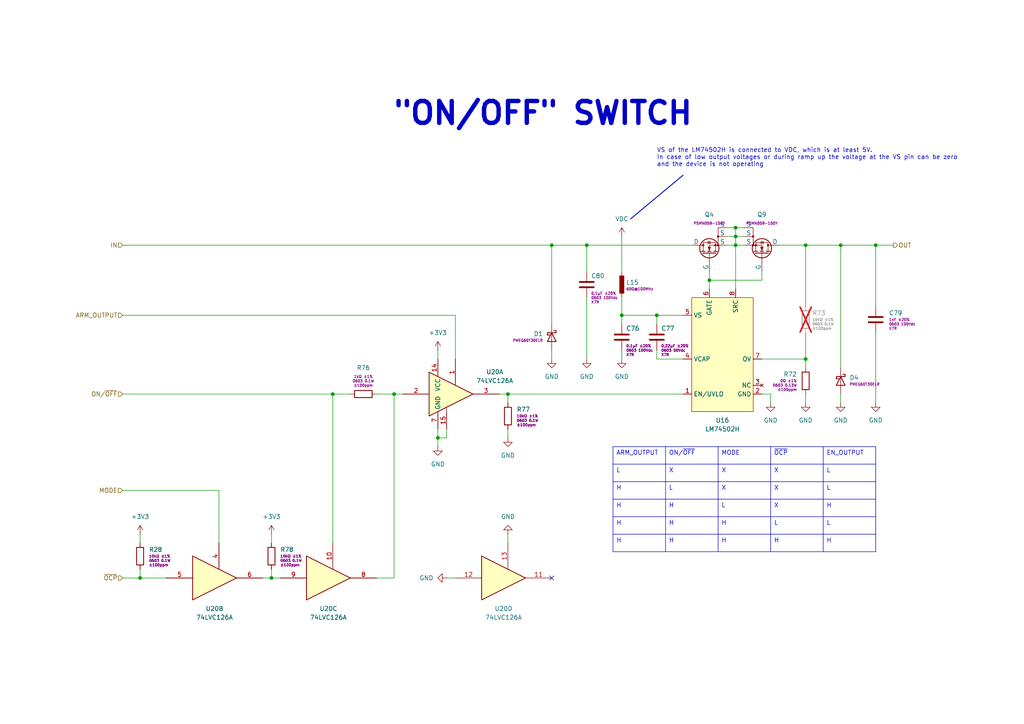
<source format=kicad_sch>
(kicad_sch (version 20250114) (generator "eeschema") (generator_version "9.0")
  (paper "A4")
  (lib_symbols
    (symbol "power:+3V3" (power) (pin_numbers (hide yes)) (pin_names (offset 0) (hide yes))
      (property "Value" "+3V3" (at 0 3.556 0))
      (symbol "+3V3_0_1"
        (polyline (pts (xy -0.762 1.27) (xy 0 2.54)))
        (polyline (pts (xy 0 2.54) (xy 0.762 1.27)))
        (polyline (pts (xy 0 0) (xy 0 2.54)))
      )
      (symbol "+3V3_1_1"
        (pin power_in line (at 0 0 90) (length 0) (name "~") (number "1"))
      )
    )
    (symbol "power:GND" (power) (pin_numbers (hide yes)) (pin_names (offset 0) (hide yes))
      (property "Value" "GND" (at 0 -3.81 0))
      (symbol "GND_0_1"
        (polyline (pts (xy 0 0) (xy 0 -1.27) (xy 1.27 -1.27) (xy 0 -2.54) (xy -1.27 -1.27) (xy 0 -1.27)))
      )
      (symbol "GND_1_1"
        (pin power_in line (at 0 0 270) (length 0) (name "~") (number "1"))
      )
    )
    (symbol "power:VDC" (power) (pin_numbers (hide yes)) (pin_names (offset 0) (hide yes))
      (property "Value" "VDC" (at 0 3.556 0))
      (symbol "VDC_0_1"
        (polyline (pts (xy -0.762 1.27) (xy 0 2.54)))
        (polyline (pts (xy 0 2.54) (xy 0.762 1.27)))
        (polyline (pts (xy 0 0) (xy 0 2.54)))
      )
      (symbol "VDC_1_1"
        (pin power_in line (at 0 0 90) (length 0) (name "~") (number "1"))
      )
    )
    (symbol "ps-ch:0.1μF 0603 100Vdc X7R ±20%" (pin_numbers (hide yes)) (pin_names (offset 0))
      (property "Reference" "C" (at 0 0 0))
      (property "DisplayValue0" "0.1μF ±20%" (at 3.048 1.27 0))
      (property "DisplayValue1" "0603 100Vdc" (at 3.048 0 0))
      (property "DisplayValue2" "X7R" (at 3.048 -1.27 0))
      (symbol "0.1μF 0603 100Vdc X7R ±20%_0_1"
        (polyline (pts (xy 2.032 0.762) (xy -2.032 0.762)) (stroke (width 0.508)))
        (polyline (pts (xy 2.032 -0.762) (xy -2.032 -0.762)) (stroke (width 0.508)))
      )
      (symbol "0.1μF 0603 100Vdc X7R ±20%_1_1"
        (pin passive line (at 0 3.81 270) (length 2.794) (name "~") (number "2"))
        (pin passive line (at 0 -3.81 90) (length 2.794) (name "~") (number "1"))
      )
    )
    (symbol "ps-ch:0.22μF 0603 50Vdc X7R ±20%" (pin_numbers (hide yes)) (pin_names (offset 0))
      (property "Reference" "C" (at 0 0 0))
      (property "DisplayValue0" "0.22μF ±20%" (at 3.048 1.27 0))
      (property "DisplayValue1" "0603 50Vdc" (at 3.048 0 0))
      (property "DisplayValue2" "X7R" (at 3.048 -1.27 0))
      (symbol "0.22μF 0603 50Vdc X7R ±20%_0_1"
        (polyline (pts (xy 2.032 0.762) (xy -2.032 0.762)) (stroke (width 0.508)))
        (polyline (pts (xy 2.032 -0.762) (xy -2.032 -0.762)) (stroke (width 0.508)))
      )
      (symbol "0.22μF 0603 50Vdc X7R ±20%_1_1"
        (pin passive line (at 0 3.81 270) (length 2.794) (name "~") (number "2"))
        (pin passive line (at 0 -3.81 90) (length 2.794) (name "~") (number "1"))
      )
    )
    (symbol "ps-ch:0Ω 0603 0.1W ±1% ±100ppm/°C" (pin_numbers (hide yes)) (pin_names (offset 0))
      (property "Reference" "R" (at 0 0 90))
      (property "DisplayValue0" "0Ω ±1%" (at 2.032 1.27 0))
      (property "DisplayValue1" "0603 0.13W" (at 2.032 0 0))
      (property "DisplayValue2" "±100ppm" (at 2.032 -1.27 0))
      (symbol "0Ω 0603 0.1W ±1% ±100ppm/°C_0_1"
        (rectangle (start -1.016 2.5146) (end 1.016 -2.5654) (stroke (width 0.254)))
      )
      (symbol "0Ω 0603 0.1W ±1% ±100ppm/°C_1_1"
        (pin passive line (at 0 3.81 270) (length 1.27) (name "~") (number "2"))
        (pin passive line (at 0 -3.81 90) (length 1.27) (name "~") (number "1"))
      )
    )
    (symbol "ps-ch:10kΩ 0603 0.1W ±1% ±100ppm/°C" (pin_numbers (hide yes)) (pin_names (offset 0))
      (property "Reference" "R" (at 0 0 90))
      (property "DisplayValue0" "10kΩ ±1%" (at 2.032 1.27 0))
      (property "DisplayValue1" "0603 0.1W" (at 2.032 0 0))
      (property "DisplayValue2" "±100ppm" (at 2.032 -1.27 0))
      (symbol "10kΩ 0603 0.1W ±1% ±100ppm/°C_0_1"
        (rectangle (start -1.016 2.5146) (end 1.016 -2.5654) (stroke (width 0.254)))
      )
      (symbol "10kΩ 0603 0.1W ±1% ±100ppm/°C_1_1"
        (pin passive line (at 0 3.81 270) (length 1.27) (name "~") (number "2"))
        (pin passive line (at 0 -3.81 90) (length 1.27) (name "~") (number "1"))
      )
    )
    (symbol "ps-ch:1kΩ 0603 0.1W ±1% ±100ppm/°C" (pin_numbers (hide yes)) (pin_names (offset 0))
      (property "Reference" "R" (at 0 0 90))
      (property "DisplayValue0" "1kΩ ±1%" (at 2.032 1.27 0))
      (property "DisplayValue1" "0603 0.1W" (at 2.032 0 0))
      (property "DisplayValue2" "±100ppm" (at 2.032 -1.27 0))
      (symbol "1kΩ 0603 0.1W ±1% ±100ppm/°C_0_1"
        (rectangle (start -1.016 2.5146) (end 1.016 -2.5654) (stroke (width 0.254)))
      )
      (symbol "1kΩ 0603 0.1W ±1% ±100ppm/°C_1_1"
        (pin passive line (at 0 3.81 270) (length 1.27) (name "~") (number "2"))
        (pin passive line (at 0 -3.81 90) (length 1.27) (name "~") (number "1"))
      )
    )
    (symbol "ps-ch:1nF 0603 100Vdc X7R ±20%" (pin_numbers (hide yes)) (pin_names (offset 0))
      (property "Reference" "C" (at 0 0 0))
      (property "DisplayValue0" "1nF ±20%" (at 3.048 1.27 0))
      (property "DisplayValue1" "0603 100Vdc" (at 3.048 0 0))
      (property "DisplayValue2" "X7R" (at 3.048 -1.27 0))
      (symbol "1nF 0603 100Vdc X7R ±20%_0_1"
        (polyline (pts (xy 2.032 0.762) (xy -2.032 0.762)) (stroke (width 0.508)))
        (polyline (pts (xy 2.032 -0.762) (xy -2.032 -0.762)) (stroke (width 0.508)))
      )
      (symbol "1nF 0603 100Vdc X7R ±20%_1_1"
        (pin passive line (at 0 3.81 270) (length 2.794) (name "~") (number "2"))
        (pin passive line (at 0 -3.81 90) (length 2.794) (name "~") (number "1"))
      )
    )
    (symbol "ps-ch:74437349015" (pin_numbers (hide yes)) (pin_names (offset 1.016) (hide yes))
      (property "Reference" "L" (at 0 0 90))
      (property "Value" "60Ω@100MHz" (at 1.27 0 0))
      (symbol "74437349015_0_1"
        (rectangle (start -0.635 -2.54) (end 0.635 2.54) (fill (type outline)))
      )
      (symbol "74437349015_1_1"
        (pin passive line (at 0 3.81 270) (length 1.27) (name "2") (number "2"))
        (pin passive line (at 0 -3.81 90) (length 1.27) (name "1") (number "1"))
      )
    )
    (symbol "ps-ch:74LVC126A"
      (property "Reference" "U" (at 2.54 7.62 0))
      (property "Value" "74LVC126A" (at 10.16 -8.382 0))
      (symbol "74LVC126A_0_1"
        (polyline (pts (xy -7.62 6.35) (xy -7.62 -6.35) (xy 5.08 0) (xy -7.62 6.35)) (stroke (width 0.254)) (fill (type background)))
      )
      (symbol "74LVC126A_1_1"
        (polyline (pts (xy -2.54 -5.08) (xy -2.54 -3.81)))
        (pin input line (at -15.24 0 0) (length 7.62) (name "~") (number "2"))
        (pin power_in line (at -5.08 10.16 270) (length 5.08) (name "VCC") (number "14"))
        (pin power_in line (at -5.08 -10.16 90) (length 5.08) (name "GND") (number "7"))
        (pin power_in line (at -2.54 -10.16 90) (length 5.08) (name "~") (number "15"))
        (pin input line (at 0 10.16 270) (length 7.62) (name "~") (number "1"))
        (pin tri_state line (at 12.7 0 180) (length 7.62) (name "~") (number "3"))
      )
      (symbol "74LVC126A_2_1"
        (pin input line (at -15.24 0 0) (length 7.62) (name "~") (number "5"))
        (pin input line (at 0 10.16 270) (length 7.62) (name "~") (number "4"))
        (pin tri_state line (at 12.7 0 180) (length 7.62) (name "~") (number "6"))
      )
      (symbol "74LVC126A_3_1"
        (pin input line (at -15.24 0 0) (length 7.62) (name "~") (number "9"))
        (pin input line (at 0 10.16 270) (length 7.62) (name "~") (number "10"))
        (pin tri_state line (at 12.7 0 180) (length 7.62) (name "~") (number "8"))
      )
      (symbol "74LVC126A_4_1"
        (pin input line (at -15.24 0 0) (length 7.62) (name "~") (number "12"))
        (pin input line (at 0 10.16 270) (length 7.62) (name "~") (number "13"))
        (pin tri_state line (at 12.7 0 180) (length 7.62) (name "~") (number "11"))
      )
    )
    (symbol "ps-ch:LM74502H"
      (property "Reference" "U" (at 0 0.254 0))
      (property "Value" "LM74502H" (at 0 -33.274 0))
      (symbol "LM74502H_1_1"
        (rectangle (start 0 0) (end 17.78 -33.02) (fill (type background)))
        (pin power_out line (at -2.54 -5.08 0) (length 2.54) (name "VS") (number "5"))
        (pin power_out line (at -2.54 -17.78 0) (length 2.54) (name "VCAP") (number "4"))
        (pin input line (at -2.54 -27.94 0) (length 2.54) (name "EN/UVLO") (number "1"))
        (pin output line (at 5.08 2.54 270) (length 2.54) (name "GATE") (number "6"))
        (pin input line (at 12.7 2.54 270) (length 2.54) (name "SRC") (number "8"))
        (pin input line (at 20.32 -17.78 180) (length 2.54) (name "OV") (number "7"))
        (pin no_connect line (at 20.32 -25.4 180) (length 2.54) (name "NC") (number "3"))
        (pin power_in line (at 20.32 -27.94 180) (length 2.54) (name "GND") (number "2"))
      )
    )
    (symbol "ps-ch:PMEG60T30ELR" (pin_numbers (hide yes)) (pin_names (offset 1.016) (hide yes))
      (property "Reference" "D" (at 0 2.54 0))
      (property "Value" "PMEG60T30ELR" (at 0 -2.54 0))
      (symbol "PMEG60T30ELR_0_1"
        (polyline (pts (xy -1.905 0.635) (xy -1.905 1.27) (xy -1.27 1.27) (xy -1.27 -1.27) (xy -0.635 -1.27) (xy -0.635 -0.635)) (stroke (width 0.254)))
        (polyline (pts (xy 1.27 1.27) (xy 1.27 -1.27) (xy -1.27 0) (xy 1.27 1.27)) (stroke (width 0.254)))
        (polyline (pts (xy 1.27 0) (xy -1.27 0)))
      )
      (symbol "PMEG60T30ELR_1_1"
        (pin passive line (at -3.81 0 0) (length 2.54) (name "K") (number "1"))
        (pin passive line (at 3.81 0 180) (length 2.54) (name "A") (number "2"))
      )
    )
    (symbol "ps-ch:PSMN059-150Y" (pin_numbers (hide yes)) (pin_names (offset 0))
      (property "Reference" "Q" (at 5.08 1.27 0))
      (property "Value" "PSMN059-150Y" (at 5.08 -1.27 0))
      (symbol "PSMN059-150Y_0_1"
        (polyline (pts (xy 0.254 1.905) (xy 0.254 -1.905)) (stroke (width 0.254)))
        (polyline (pts (xy 0.254 0) (xy -2.54 0)))
        (polyline (pts (xy 0.762 2.286) (xy 0.762 1.27)) (stroke (width 0.254)))
        (polyline (pts (xy 0.762 0.508) (xy 0.762 -0.508)) (stroke (width 0.254)))
        (polyline (pts (xy 0.762 -1.27) (xy 0.762 -2.286)) (stroke (width 0.254)))
        (polyline (pts (xy 0.762 -1.778) (xy 3.302 -1.778) (xy 3.302 1.778) (xy 0.762 1.778)))
        (polyline (pts (xy 1.016 0) (xy 2.032 0.381) (xy 2.032 -0.381) (xy 1.016 0)) (fill (type outline)))
        (circle (center 1.651 0) (radius 2.794) (stroke (width 0.254)))
        (polyline (pts (xy 2.54 2.54) (xy 2.54 1.778)))
        (circle (center 2.54 1.778) (radius 0.254) (fill (type outline)))
        (circle (center 2.54 -1.778) (radius 0.254) (fill (type outline)))
        (polyline (pts (xy 2.54 -2.54) (xy 2.54 0) (xy 0.762 0)))
        (circle (center 2.54 -2.54) (radius 0.254) (fill (type outline)))
        (polyline (pts (xy 2.794 0.508) (xy 2.921 0.381) (xy 3.683 0.381) (xy 3.81 0.254)))
        (polyline (pts (xy 3.302 0.381) (xy 2.921 -0.254) (xy 3.683 -0.254) (xy 3.302 0.381)))
        (circle (center 5.08 -2.54) (radius 0.254) (fill (type outline)))
        (polyline (pts (xy 7.62 -2.54) (xy 2.54 -2.54)))
      )
      (symbol "PSMN059-150Y_1_1"
        (pin input line (at -5.08 0 0) (length 2.54) (name "G") (number "4"))
        (pin passive line (at 2.54 5.08 270) (length 2.54) (name "D") (number "5"))
        (pin passive line (at 2.54 -5.08 90) (length 2.54) (name "S") (number "1"))
        (pin passive line (at 5.08 -5.08 90) (length 2.54) (name "S") (number "2"))
        (pin passive line (at 7.62 -5.08 90) (length 2.54) (name "S") (number "3"))
      )
    )
  )
  (text "VS of the LM74502H is connected to VDC, which is at least 5V.\nIn case of low output voltages or during ramp up the voltage at the VS pin can be zero\nand the device is not operating\n" (at 190.5 45.72 0) (effects (font (size 1.27 1.27)) (justify left)))
  (text "\"ON/OFF\" SWITCH" (at 157.48 33.02 0) (effects (font (size 6.35 6.35) (thickness 1.27) (bold yes))))
  (junction (at 233.68 104.14))
  (junction (at 40.64 167.64))
  (junction (at 114.3 114.3))
  (junction (at 213.36 68.58))
  (junction (at 160.02 71.12))
  (junction (at 147.32 114.3))
  (junction (at 127 127))
  (junction (at 205.74 81.28))
  (junction (at 96.52 114.3))
  (junction (at 170.18 71.12))
  (junction (at 190.5 91.44))
  (junction (at 180.34 91.44))
  (junction (at 243.84 71.12))
  (junction (at 254 71.12))
  (junction (at 213.36 66.04))
  (junction (at 233.68 71.12))
  (junction (at 213.36 71.12))
  (junction (at 78.74 167.64))
  (no_connect (at 160.02 167.64))
  (wire (pts (xy 160.02 71.12) (xy 160.02 93.98)))
  (wire (pts (xy 160.02 71.12) (xy 170.18 71.12)))
  (wire (pts (xy 210.82 68.58) (xy 213.36 68.58)))
  (wire (pts (xy 205.74 81.28) (xy 220.98 81.28)))
  (wire (pts (xy 96.52 114.3) (xy 101.6 114.3)))
  (wire (pts (xy 198.12 104.14) (xy 190.5 104.14)))
  (wire (pts (xy 170.18 86.36) (xy 170.18 104.14)))
  (wire (pts (xy 243.84 71.12) (xy 243.84 106.68)))
  (wire (pts (xy 233.68 71.12) (xy 243.84 71.12)))
  (wire (pts (xy 114.3 114.3) (xy 116.84 114.3)))
  (polyline (pts (xy 182.88 63.5) (xy 198.12 50.8)) (stroke (width 0.254) (type solid)))
  (wire (pts (xy 114.3 114.3) (xy 114.3 167.64)))
  (wire (pts (xy 220.98 114.3) (xy 223.52 114.3)))
  (wire (pts (xy 40.64 165.1) (xy 40.64 167.64)))
  (wire (pts (xy 78.74 165.1) (xy 78.74 167.64)))
  (wire (pts (xy 129.54 167.64) (xy 132.08 167.64)))
  (wire (pts (xy 213.36 68.58) (xy 215.9 68.58)))
  (wire (pts (xy 233.68 114.3) (xy 233.68 116.84)))
  (wire (pts (xy 205.74 81.28) (xy 205.74 83.82)))
  (wire (pts (xy 180.34 68.58) (xy 180.34 78.74)))
  (wire (pts (xy 180.34 86.36) (xy 180.34 91.44)))
  (wire (pts (xy 78.74 154.94) (xy 78.74 157.48)))
  (wire (pts (xy 220.98 81.28) (xy 220.98 78.74)))
  (wire (pts (xy 127 124.46) (xy 127 127)))
  (wire (pts (xy 233.68 88.9) (xy 233.68 71.12)))
  (wire (pts (xy 233.68 104.14) (xy 233.68 106.68)))
  (wire (pts (xy 129.54 124.46) (xy 129.54 127)))
  (wire (pts (xy 78.74 167.64) (xy 81.28 167.64)))
  (wire (pts (xy 147.32 154.94) (xy 147.32 157.48)))
  (wire (pts (xy 243.84 71.12) (xy 254 71.12)))
  (wire (pts (xy 35.56 91.44) (xy 132.08 91.44)))
  (wire (pts (xy 144.78 114.3) (xy 147.32 114.3)))
  (wire (pts (xy 254 71.12) (xy 259.08 71.12)))
  (wire (pts (xy 210.82 71.12) (xy 213.36 71.12)))
  (wire (pts (xy 170.18 71.12) (xy 200.66 71.12)))
  (wire (pts (xy 190.5 91.44) (xy 198.12 91.44)))
  (wire (pts (xy 160.02 101.6) (xy 160.02 104.14)))
  (wire (pts (xy 96.52 114.3) (xy 96.52 157.48)))
  (wire (pts (xy 233.68 96.52) (xy 233.68 104.14)))
  (wire (pts (xy 109.22 114.3) (xy 114.3 114.3)))
  (wire (pts (xy 180.34 93.98) (xy 180.34 91.44)))
  (wire (pts (xy 205.74 78.74) (xy 205.74 81.28)))
  (wire (pts (xy 213.36 71.12) (xy 215.9 71.12)))
  (wire (pts (xy 254 96.52) (xy 254 116.84)))
  (wire (pts (xy 213.36 66.04) (xy 210.82 66.04)))
  (wire (pts (xy 213.36 66.04) (xy 215.9 66.04)))
  (wire (pts (xy 213.36 66.04) (xy 213.36 68.58)))
  (wire (pts (xy 223.52 116.84) (xy 223.52 114.3)))
  (wire (pts (xy 35.56 167.64) (xy 40.64 167.64)))
  (wire (pts (xy 127 127) (xy 127 129.54)))
  (wire (pts (xy 170.18 71.12) (xy 170.18 78.74)))
  (wire (pts (xy 63.5 142.24) (xy 63.5 157.48)))
  (wire (pts (xy 147.32 114.3) (xy 198.12 114.3)))
  (wire (pts (xy 233.68 71.12) (xy 226.06 71.12)))
  (wire (pts (xy 190.5 104.14) (xy 190.5 101.6)))
  (wire (pts (xy 147.32 114.3) (xy 147.32 116.84)))
  (wire (pts (xy 76.2 167.64) (xy 78.74 167.64)))
  (wire (pts (xy 129.54 127) (xy 127 127)))
  (wire (pts (xy 147.32 124.46) (xy 147.32 127)))
  (wire (pts (xy 40.64 154.94) (xy 40.64 157.48)))
  (wire (pts (xy 132.08 91.44) (xy 132.08 104.14)))
  (wire (pts (xy 35.56 71.12) (xy 160.02 71.12)))
  (wire (pts (xy 180.34 101.6) (xy 180.34 104.14)))
  (wire (pts (xy 109.22 167.64) (xy 114.3 167.64)))
  (wire (pts (xy 190.5 93.98) (xy 190.5 91.44)))
  (wire (pts (xy 35.56 142.24) (xy 63.5 142.24)))
  (wire (pts (xy 35.56 114.3) (xy 96.52 114.3)))
  (wire (pts (xy 254 71.12) (xy 254 88.9)))
  (wire (pts (xy 220.98 104.14) (xy 233.68 104.14)))
  (wire (pts (xy 127 101.6) (xy 127 104.14)))
  (wire (pts (xy 213.36 71.12) (xy 213.36 83.82)))
  (wire (pts (xy 213.36 68.58) (xy 213.36 71.12)))
  (wire (pts (xy 40.64 167.64) (xy 48.26 167.64)))
  (wire (pts (xy 243.84 114.3) (xy 243.84 116.84)))
  (wire (pts (xy 180.34 91.44) (xy 190.5 91.44)))
  (table (column_count 5) (border (external yes) (header yes) (stroke (width 0.254))) (separators (rows yes) (cols yes)) (column_widths 15.24 15.24 15.24 15.24 15.24) (row_heights 5.08 5.08 5.08 5.08 5.08 5.08) (cells (table_cell "ARM_OUTPUT" (at 177.8 129.54 0) (size 15.24 5.08) (margins 0.9525 0.9525 0.9525 0.9525) (span 1 1)) (table_cell "ON/~{OFF}" (at 193.04 129.54 0) (size 15.24 5.08) (margins 0.9525 0.9525 0.9525 0.9525) (span 1 1)) (table_cell "MODE" (at 208.28 129.54 0) (size 15.24 5.08) (margins 0.9525 0.9525 0.9525 0.9525) (span 1 1)) (table_cell "~{OCP}" (at 223.52 129.54 0) (size 15.24 5.08) (margins 0.9525 0.9525 0.9525 0.9525) (span 1 1)) (table_cell "EN_OUTPUT" (at 238.76 129.54 0) (size 15.24 5.08) (margins 0.9525 0.9525 0.9525 0.9525) (span 1 1)) (table_cell "L" (at 177.8 134.62 0) (size 15.24 5.08) (margins 0.9525 0.9525 0.9525 0.9525) (span 1 1)) (table_cell "X" (at 193.04 134.62 0) (size 15.24 5.08) (margins 0.9525 0.9525 0.9525 0.9525) (span 1 1)) (table_cell "X" (at 208.28 134.62 0) (size 15.24 5.08) (margins 0.9525 0.9525 0.9525 0.9525) (span 1 1)) (table_cell "X" (at 223.52 134.62 0) (size 15.24 5.08) (margins 0.9525 0.9525 0.9525 0.9525) (span 1 1)) (table_cell "L" (at 238.76 134.62 0) (size 15.24 5.08) (margins 0.9525 0.9525 0.9525 0.9525) (span 1 1)) (table_cell "H" (at 177.8 139.7 0) (size 15.24 5.08) (margins 0.9525 0.9525 0.9525 0.9525) (span 1 1)) (table_cell "L" (at 193.04 139.7 0) (size 15.24 5.08) (margins 0.9525 0.9525 0.9525 0.9525) (span 1 1)) (table_cell "X" (at 208.28 139.7 0) (size 15.24 5.08) (margins 0.9525 0.9525 0.9525 0.9525) (span 1 1)) (table_cell "X" (at 223.52 139.7 0) (size 15.24 5.08) (margins 0.9525 0.9525 0.9525 0.9525) (span 1 1)) (table_cell "L" (at 238.76 139.7 0) (size 15.24 5.08) (margins 0.9525 0.9525 0.9525 0.9525) (span 1 1)) (table_cell "H" (at 177.8 144.78 0) (size 15.24 5.08) (margins 0.9525 0.9525 0.9525 0.9525) (span 1 1)) (table_cell "H" (at 193.04 144.78 0) (size 15.24 5.08) (margins 0.9525 0.9525 0.9525 0.9525) (span 1 1)) (table_cell "L" (at 208.28 144.78 0) (size 15.24 5.08) (margins 0.9525 0.9525 0.9525 0.9525) (span 1 1)) (table_cell "X" (at 223.52 144.78 0) (size 15.24 5.08) (margins 0.9525 0.9525 0.9525 0.9525) (span 1 1)) (table_cell "H" (at 238.76 144.78 0) (size 15.24 5.08) (margins 0.9525 0.9525 0.9525 0.9525) (span 1 1)) (table_cell "H" (at 177.8 149.86 0) (size 15.24 5.08) (margins 0.9525 0.9525 0.9525 0.9525) (span 1 1)) (table_cell "H" (at 193.04 149.86 0) (size 15.24 5.08) (margins 0.9525 0.9525 0.9525 0.9525) (span 1 1)) (table_cell "H" (at 208.28 149.86 0) (size 15.24 5.08) (margins 0.9525 0.9525 0.9525 0.9525) (span 1 1)) (table_cell "L" (at 223.52 149.86 0) (size 15.24 5.08) (margins 0.9525 0.9525 0.9525 0.9525) (span 1 1)) (table_cell "L" (at 238.76 149.86 0) (size 15.24 5.08) (margins 0.9525 0.9525 0.9525 0.9525) (span 1 1)) (table_cell "H" (at 177.8 154.94 0) (size 15.24 5.08) (margins 0.9525 0.9525 0.9525 0.9525) (span 1 1)) (table_cell "H" (at 193.04 154.94 0) (size 15.24 5.08) (margins 0.9525 0.9525 0.9525 0.9525) (span 1 1)) (table_cell "H" (at 208.28 154.94 0) (size 15.24 5.08) (margins 0.9525 0.9525 0.9525 0.9525) (span 1 1)) (table_cell "H" (at 223.52 154.94 0) (size 15.24 5.08) (margins 0.9525 0.9525 0.9525 0.9525) (span 1 1)) (table_cell "H" (at 238.76 154.94 0) (size 15.24 5.08) (margins 0.9525 0.9525 0.9525 0.9525) (span 1 1))))
  (hierarchical_label "ON{slash}~{OFF}" (shape input) (at 35.56 114.3 180))
  (hierarchical_label "OUT" (shape output) (at 259.08 71.12 0))
  (hierarchical_label "ARM_OUTPUT" (shape input) (at 35.56 91.44 180))
  (hierarchical_label "MODE" (shape input) (at 35.56 142.24 180))
  (hierarchical_label "IN" (shape input) (at 35.56 71.12 180))
  (hierarchical_label "~{OCP}" (shape input) (at 35.56 167.64 180))
  (symbol (lib_id "ps-ch:74LVC126A") (at 147.32 167.64 0) (unit 4)
    (property "Reference" "U20" (at 146.05 176.53 0))
    (property "Value" "74LVC126A" (at 146.05 179.07 0))
    (property "Footprint" "Package_SO:TSSOP-14_4.4x5mm_P0.65mm" (effects (hide yes)))
    (property "Datasheet" "https://assets.nexperia.com/documents/data-sheet/74LVC126A.pdf" (effects (hide yes)))
    (property "Manufacturer" "Nexperia" (effects (hide yes)))
    (property "Manufacturer Part Number" "74LVC126APW,118" (effects (hide yes)))
  )
  (symbol (lib_id "ps-ch:10kΩ 0603 0.1W ±1% ±100ppm/°C") (at 40.64 161.29 0) (unit 1)
    (property "Reference" "R28" (at 43.18 159.4103 0) (effects (justify left)))
    (property "Value" "10kΩ 0603 0.1W ±1% ±100ppm/°C" (effects (hide yes)))
    (property "Footprint" "Resistor_SMD:R_0603_1608Metric" (effects (hide yes)))
    (property "Description" "R 0603 0.1W ±1% ±100ppm/°C" (effects (hide yes)))
    (property "Manufacturer" "Yageo" (effects (hide yes)))
    (property "Manufacturer Part Number" "AC0603FR-0710KL" (effects (hide yes)))
    (property "DisplayValue0" "10kΩ ±1%" (at 43.18 161.3154 0) (effects (font (size 0.762 0.762)) (justify left)))
    (property "DisplayValue1" "0603 0.1W" (at 43.18 162.5854 0) (effects (font (size 0.762 0.762)) (justify left)))
    (property "DisplayValue2" "±100ppm" (at 43.18 163.8554 0) (effects (font (size 0.762 0.762)) (justify left)))
  )
  (symbol (lib_id "ps-ch:0.1μF 0603 100Vdc X7R ±20%") (at 180.34 97.79 0) (unit 1)
    (property "Reference" "C76" (at 181.61 95.25 0) (effects (justify left)))
    (property "Value" "0.1μF 0603 100Vdc X7R ±20%" (effects (hide yes)))
    (property "Footprint" "Capacitor_SMD:C_0603_1608Metric" (effects (hide yes)))
    (property "Description" "Capacitor 0603 100Vdc X7R ±20%" (effects (hide yes)))
    (property "Manufacturer" "Murata" (effects (hide yes)))
    (property "Manufacturer Part Number" "GRM188R72A104MA35" (effects (hide yes)))
    (property "DisplayValue0" "0.1μF ±20%" (at 181.61 100.33 0) (effects (font (size 0.762 0.762)) (justify left)))
    (property "DisplayValue1" "0603 100Vdc" (at 181.61 101.6 0) (effects (font (size 0.762 0.762)) (justify left)))
    (property "DisplayValue2" "X7R" (at 181.61 102.87 0) (effects (font (size 0.762 0.762)) (justify left)))
  )
  (symbol (lib_id "ps-ch:0.1μF 0603 100Vdc X7R ±20%") (at 170.18 82.55 0) (unit 1)
    (property "Reference" "C80" (at 171.45 80.01 0) (effects (justify left)))
    (property "Value" "0.1μF 0603 100Vdc X7R ±20%" (effects (hide yes)))
    (property "Footprint" "Capacitor_SMD:C_0603_1608Metric" (effects (hide yes)))
    (property "Description" "Capacitor 0603 100Vdc X7R ±20%" (effects (hide yes)))
    (property "Manufacturer" "Murata" (effects (hide yes)))
    (property "Manufacturer Part Number" "GRM188R72A104MA35" (effects (hide yes)))
    (property "DisplayValue0" "0.1μF ±20%" (at 171.45 85.09 0) (effects (font (size 0.762 0.762)) (justify left)))
    (property "DisplayValue1" "0603 100Vdc" (at 171.45 86.36 0) (effects (font (size 0.762 0.762)) (justify left)))
    (property "DisplayValue2" "X7R" (at 171.45 87.63 0) (effects (font (size 0.762 0.762)) (justify left)))
  )
  (symbol (lib_id "power:GND") (at 147.32 127 0) (unit 1)
    (property "Reference" "#PWR0147" (effects (hide yes)))
    (property "Value" "GND" (at 147.32 132.08 0))
    (property "Description" "Power symbol creates a global label with name \"GND\" , ground" (effects (hide yes)))
  )
  (symbol (lib_id "power:GND") (at 243.84 116.84 0) (unit 1)
    (property "Reference" "#PWR0134" (effects (hide yes)))
    (property "Value" "GND" (at 243.84 121.92 0))
    (property "Description" "Power symbol creates a global label with name \"GND\" , ground" (effects (hide yes)))
  )
  (symbol (lib_id "ps-ch:LM74502H") (at 200.66 86.36 0) (unit 1)
    (property "Reference" "U16" (at 209.55 121.92 0))
    (property "Value" "LM74502H" (at 209.55 124.46 0))
  )
  (symbol (lib_id "ps-ch:74LVC126A") (at 63.5 167.64 0) (unit 2)
    (property "Reference" "U20" (at 62.23 176.53 0))
    (property "Value" "74LVC126A" (at 62.23 179.07 0))
    (property "Footprint" "Package_SO:TSSOP-14_4.4x5mm_P0.65mm" (effects (hide yes)))
    (property "Datasheet" "https://assets.nexperia.com/documents/data-sheet/74LVC126A.pdf" (effects (hide yes)))
    (property "Manufacturer" "Nexperia" (effects (hide yes)))
    (property "Manufacturer Part Number" "74LVC126APW,118" (effects (hide yes)))
  )
  (symbol (lib_id "power:VDC") (at 180.34 68.58 0) (unit 1)
    (property "Reference" "#PWR0138" (effects (hide yes)))
    (property "Value" "VDC" (at 180.34 63.5 0))
    (property "Description" "Power symbol creates a global label with name \"VDC\"" (effects (hide yes)))
  )
  (symbol (lib_id "ps-ch:74437349015") (at 180.34 82.55 180) (unit 1)
    (property "Reference" "L15" (at 181.61 81.9149 0) (effects (justify right)))
    (property "Value" "60Ω@100MHz" (at 181.61 83.82 0) (effects (font (size 0.762 0.762)) (justify right)))
    (property "Footprint" "Inductor_SMD:L_0603_1608Metric" (effects (hide yes)))
    (property "Description" "Multilayer Power Suppression Bead" (effects (hide yes)))
    (property "Manufacturer" "Wuerth Elektronik" (effects (hide yes)))
    (property "Manufacturer Part Number" "74279228600" (effects (hide yes)))
  )
  (symbol (lib_id "ps-ch:1kΩ 0603 0.1W ±1% ±100ppm/°C") (at 105.41 114.3 270) (unit 1)
    (property "Reference" "R76" (at 105.3846 106.68 90))
    (property "Value" "1kΩ 0603 0.1W ±1% ±100ppm/°C" (effects (hide yes)))
    (property "Footprint" "Resistor_SMD:R_0603_1608Metric" (effects (hide yes)))
    (property "Description" "R 0603 0.1W ±1% ±100ppm/°C" (effects (hide yes)))
    (property "Manufacturer" "Yageo" (effects (hide yes)))
    (property "Manufacturer Part Number" "AC0603FR-071KL" (effects (hide yes)))
    (property "DisplayValue0" "1kΩ ±1%" (at 105.3846 109.22 90) (effects (font (size 0.762 0.762))))
    (property "DisplayValue1" "0603 0.1W" (at 105.3846 110.49 90) (effects (font (size 0.762 0.762))))
    (property "DisplayValue2" "±100ppm" (at 105.3846 111.76 90) (effects (font (size 0.762 0.762))))
  )
  (symbol (lib_id "power:GND") (at 254 116.84 0) (unit 1)
    (property "Reference" "#PWR0135" (effects (hide yes)))
    (property "Value" "GND" (at 254 121.92 0))
    (property "Description" "Power symbol creates a global label with name \"GND\" , ground" (effects (hide yes)))
  )
  (symbol (lib_id "power:+3V3") (at 40.64 154.94 0) (unit 1)
    (property "Reference" "#PWR0144" (effects (hide yes)))
    (property "Value" "+3V3" (at 40.64 149.86 0))
    (property "Description" "Power symbol creates a global label with name \"+3V3\"" (effects (hide yes)))
  )
  (symbol (lib_id "power:+3V3") (at 127 101.6 0) (unit 1)
    (property "Reference" "#PWR0143" (effects (hide yes)))
    (property "Value" "+3V3" (at 127 96.52 0))
    (property "Description" "Power symbol creates a global label with name \"+3V3\"" (effects (hide yes)))
  )
  (symbol (lib_id "ps-ch:0Ω 0603 0.1W ±1% ±100ppm/°C") (at 233.68 110.49 180) (unit 1)
    (property "Reference" "R72" (at 231.14 108.5595 0) (effects (justify left)))
    (property "Value" "0Ω 0603 0.1W ±1% ±100ppm/°C" (effects (hide yes)))
    (property "Footprint" "Resistor_SMD:R_0603_1608Metric" (effects (hide yes)))
    (property "Description" "R 0603 0.1W ±1% ±100ppm/°C" (effects (hide yes)))
    (property "Manufacturer" "Yageo" (effects (hide yes)))
    (property "Manufacturer Part Number" "AC0603FR-070RL" (effects (hide yes)))
    (property "DisplayValue0" "0Ω ±1%" (at 231.14 110.4646 0) (effects (font (size 0.762 0.762)) (justify left)))
    (property "DisplayValue1" "0603 0.13W" (at 231.14 111.7346 0) (effects (font (size 0.762 0.762)) (justify left)))
    (property "DisplayValue2" "±100ppm" (at 231.14 113.0046 0) (effects (font (size 0.762 0.762)) (justify left)))
  )
  (symbol (lib_id "power:GND") (at 160.02 104.14 0) (unit 1)
    (property "Reference" "#PWR0139" (effects (hide yes)))
    (property "Value" "GND" (at 160.02 109.22 0))
    (property "Description" "Power symbol creates a global label with name \"GND\" , ground" (effects (hide yes)))
  )
  (symbol (lib_id "power:GND") (at 127 129.54 0) (unit 1)
    (property "Reference" "#PWR0142" (effects (hide yes)))
    (property "Value" "GND" (at 127 134.62 0))
    (property "Description" "Power symbol creates a global label with name \"GND\" , ground" (effects (hide yes)))
  )
  (symbol (lib_id "ps-ch:PSMN059-150Y") (at 220.98 73.66 270) (mirror x) (unit 1)
    (property "Reference" "Q9" (at 220.98 62.23 90))
    (property "Value" "PSMN059-150Y" (at 220.98 64.77 90) (effects (font (size 0.762 0.762))))
    (property "Datasheet" "https://ngspice.sourceforge.io/docs/ngspice-html-manual/manual.xhtml#cha_MOSFETs" (effects (hide yes)))
    (property "Description" "N-MOSFET transistor, drain/source/gate" (effects (hide yes)))
    (property "Sim.Device" "NMOS" (effects (hide yes)))
    (property "Sim.Type" "VDMOS" (effects (hide yes)))
    (property "Sim.Pins" "1=D 2=G 3=S" (effects (hide yes)))
  )
  (symbol (lib_id "ps-ch:PSMN059-150Y") (at 205.74 73.66 90) (unit 1)
    (property "Reference" "Q4" (at 205.74 62.23 90))
    (property "Value" "PSMN059-150Y" (at 205.74 64.77 90) (effects (font (size 0.762 0.762))))
    (property "Datasheet" "https://ngspice.sourceforge.io/docs/ngspice-html-manual/manual.xhtml#cha_MOSFETs" (effects (hide yes)))
    (property "Description" "N-MOSFET transistor, drain/source/gate" (effects (hide yes)))
    (property "Sim.Device" "NMOS" (effects (hide yes)))
    (property "Sim.Type" "VDMOS" (effects (hide yes)))
    (property "Sim.Pins" "1=D 2=G 3=S" (effects (hide yes)))
  )
  (symbol (lib_id "ps-ch:0.22μF 0603 50Vdc X7R ±20%") (at 190.5 97.79 0) (unit 1)
    (property "Reference" "C77" (at 191.77 95.25 0) (effects (justify left)))
    (property "Value" "0.22μF 0603 50Vdc X7R ±20%" (effects (hide yes)))
    (property "Footprint" "Capacitor_SMD:C_0603_1608Metric" (effects (hide yes)))
    (property "Description" "Capacitor 0603 50Vdc X7R ±20%" (effects (hide yes)))
    (property "Manufacturer" "Murata" (effects (hide yes)))
    (property "Manufacturer Part Number" "GRM188R71H224MAC4" (effects (hide yes)))
    (property "DisplayValue0" "0.22μF ±20%" (at 191.77 100.33 0) (effects (font (size 0.762 0.762)) (justify left)))
    (property "DisplayValue1" "0603 50Vdc" (at 191.77 101.6 0) (effects (font (size 0.762 0.762)) (justify left)))
    (property "DisplayValue2" "X7R" (at 191.77 102.87 0) (effects (font (size 0.762 0.762)) (justify left)))
  )
  (symbol (lib_id "power:GND") (at 129.54 167.64 270) (unit 1)
    (property "Reference" "#PWR0140" (effects (hide yes)))
    (property "Value" "GND" (at 125.73 167.6399 90) (effects (justify right)))
    (property "Description" "Power symbol creates a global label with name \"GND\" , ground" (effects (hide yes)))
  )
  (symbol (lib_id "ps-ch:10kΩ 0603 0.1W ±1% ±100ppm/°C") (at 147.32 120.65 0) (unit 1)
    (property "Reference" "R77" (at 149.86 118.7703 0) (effects (justify left)))
    (property "Value" "10kΩ 0603 0.1W ±1% ±100ppm/°C" (effects (hide yes)))
    (property "Footprint" "Resistor_SMD:R_0603_1608Metric" (effects (hide yes)))
    (property "Description" "R 0603 0.1W ±1% ±100ppm/°C" (effects (hide yes)))
    (property "Manufacturer" "Yageo" (effects (hide yes)))
    (property "Manufacturer Part Number" "AC0603FR-0710KL" (effects (hide yes)))
    (property "DisplayValue0" "10kΩ ±1%" (at 149.86 120.6754 0) (effects (font (size 0.762 0.762)) (justify left)))
    (property "DisplayValue1" "0603 0.1W" (at 149.86 121.9454 0) (effects (font (size 0.762 0.762)) (justify left)))
    (property "DisplayValue2" "±100ppm" (at 149.86 123.2154 0) (effects (font (size 0.762 0.762)) (justify left)))
  )
  (symbol (lib_id "power:+3V3") (at 78.74 154.94 0) (unit 1)
    (property "Reference" "#PWR0148" (effects (hide yes)))
    (property "Value" "+3V3" (at 78.74 149.86 0))
    (property "Description" "Power symbol creates a global label with name \"+3V3\"" (effects (hide yes)))
  )
  (symbol (lib_id "ps-ch:PMEG60T30ELR") (at 160.02 97.79 270) (unit 1)
    (property "Reference" "D1" (at 157.48 96.8374 90) (effects (justify right)))
    (property "Value" "PMEG60T30ELR" (at 157.48 98.7425 90) (effects (font (size 0.762 0.762)) (justify right)))
    (property "Footprint" "Diode_SMD:Nexperia_CFP3_SOD-123W" (effects (hide yes)))
    (property "Datasheet" "https://assets.nexperia.com/documents/data-sheet/PMEG60T30ELR.pdf" (effects (hide yes)))
    (property "Description" "Schottky diode" (effects (hide yes)))
    (property "Manufacturer" "Nexperia" (effects (hide yes)))
    (property "Manufacturer Part Number" "PMEG60T30ELRX" (effects (hide yes)))
  )
  (symbol (lib_id "ps-ch:74LVC126A") (at 96.52 167.64 0) (unit 3)
    (property "Reference" "U20" (at 95.25 176.53 0))
    (property "Value" "74LVC126A" (at 95.25 179.07 0))
    (property "Footprint" "Package_SO:TSSOP-14_4.4x5mm_P0.65mm" (effects (hide yes)))
    (property "Datasheet" "https://assets.nexperia.com/documents/data-sheet/74LVC126A.pdf" (effects (hide yes)))
    (property "Manufacturer" "Nexperia" (effects (hide yes)))
    (property "Manufacturer Part Number" "74LVC126APW,118" (effects (hide yes)))
  )
  (symbol (lib_id "ps-ch:1nF 0603 100Vdc X7R ±20%") (at 254 92.71 0) (unit 1)
    (property "Reference" "C79" (at 257.81 90.8049 0) (effects (justify left)))
    (property "Value" "1nF 0603 100Vdc X7R ±20%" (effects (hide yes)))
    (property "Footprint" "Capacitor_SMD:C_0603_1608Metric" (effects (hide yes)))
    (property "Description" "Capacitor 0603 100Vdc X7R ±20%" (effects (hide yes)))
    (property "Manufacturer" "Murata" (effects (hide yes)))
    (property "Manufacturer Part Number" "GCD188R72A102MA01" (effects (hide yes)))
    (property "DisplayValue0" "1nF ±20%" (at 257.81 92.71 0) (effects (font (size 0.762 0.762)) (justify left)))
    (property "DisplayValue1" "0603 100Vdc" (at 257.81 93.98 0) (effects (font (size 0.762 0.762)) (justify left)))
    (property "DisplayValue2" "X7R" (at 257.81 95.25 0) (effects (font (size 0.762 0.762)) (justify left)))
  )
  (symbol (lib_id "power:GND") (at 170.18 104.14 0) (unit 1)
    (property "Reference" "#PWR0136" (effects (hide yes)))
    (property "Value" "GND" (at 170.18 109.22 0))
    (property "Description" "Power symbol creates a global label with name \"GND\" , ground" (effects (hide yes)))
  )
  (symbol (lib_id "power:GND") (at 223.52 116.84 0) (unit 1)
    (property "Reference" "#PWR0132" (effects (hide yes)))
    (property "Value" "GND" (at 223.52 121.92 0))
    (property "Description" "Power symbol creates a global label with name \"GND\" , ground" (effects (hide yes)))
  )
  (symbol (lib_id "ps-ch:74LVC126A") (at 132.08 114.3 0) (unit 1)
    (property "Reference" "U20" (at 143.51 107.8798 0))
    (property "Value" "74LVC126A" (at 143.51 110.4198 0))
    (property "Footprint" "Package_SO:TSSOP-14_4.4x5mm_P0.65mm" (effects (hide yes)))
    (property "Datasheet" "https://assets.nexperia.com/documents/data-sheet/74LVC126A.pdf" (effects (hide yes)))
    (property "Manufacturer" "Nexperia" (effects (hide yes)))
    (property "Manufacturer Part Number" "74LVC126APW,118" (effects (hide yes)))
  )
  (symbol (lib_id "ps-ch:10kΩ 0603 0.1W ±1% ±100ppm/°C") (at 233.68 92.71 180) (unit 1) (dnp yes)
    (property "Reference" "R73" (at 235.585 90.805 0) (effects (justify right)))
    (property "Value" "10kΩ 0603 0.1W ±1% ±100ppm/°C" (effects (hide yes)))
    (property "Footprint" "Resistor_SMD:R_0603_1608Metric" (effects (hide yes)))
    (property "Description" "R 0603 0.1W ±1% ±100ppm/°C" (effects (hide yes)))
    (property "Manufacturer" "Yageo" (effects (hide yes)))
    (property "Manufacturer Part Number" "AC0603FR-0710KL" (effects (hide yes)))
    (property "DisplayValue0" "10kΩ ±1%" (at 235.585 92.7101 0) (effects (font (size 0.762 0.762)) (justify right)))
    (property "DisplayValue1" "0603 0.1W" (at 235.585 93.9801 0) (effects (font (size 0.762 0.762)) (justify right)))
    (property "DisplayValue2" "±100ppm" (at 235.585 95.2501 0) (effects (font (size 0.762 0.762)) (justify right)))
  )
  (symbol (lib_id "power:GND") (at 180.34 104.14 0) (unit 1)
    (property "Reference" "#PWR0131" (effects (hide yes)))
    (property "Value" "GND" (at 180.34 109.22 0))
    (property "Description" "Power symbol creates a global label with name \"GND\" , ground" (effects (hide yes)))
  )
  (symbol (lib_id "ps-ch:10kΩ 0603 0.1W ±1% ±100ppm/°C") (at 78.74 161.29 0) (unit 1)
    (property "Reference" "R78" (at 81.28 159.4103 0) (effects (justify left)))
    (property "Value" "10kΩ 0603 0.1W ±1% ±100ppm/°C" (effects (hide yes)))
    (property "Footprint" "Resistor_SMD:R_0603_1608Metric" (effects (hide yes)))
    (property "Description" "R 0603 0.1W ±1% ±100ppm/°C" (effects (hide yes)))
    (property "Manufacturer" "Yageo" (effects (hide yes)))
    (property "Manufacturer Part Number" "AC0603FR-0710KL" (effects (hide yes)))
    (property "DisplayValue0" "10kΩ ±1%" (at 81.28 161.3154 0) (effects (font (size 0.762 0.762)) (justify left)))
    (property "DisplayValue1" "0603 0.1W" (at 81.28 162.5854 0) (effects (font (size 0.762 0.762)) (justify left)))
    (property "DisplayValue2" "±100ppm" (at 81.28 163.8554 0) (effects (font (size 0.762 0.762)) (justify left)))
  )
  (symbol (lib_id "power:GND") (at 233.68 116.84 0) (unit 1)
    (property "Reference" "#PWR0133" (effects (hide yes)))
    (property "Value" "GND" (at 233.68 121.92 0))
    (property "Description" "Power symbol creates a global label with name \"GND\" , ground" (effects (hide yes)))
  )
  (symbol (lib_id "power:GND") (at 147.32 154.94 180) (unit 1)
    (property "Reference" "#PWR0141" (effects (hide yes)))
    (property "Value" "GND" (at 147.32 149.86 0))
    (property "Description" "Power symbol creates a global label with name \"GND\" , ground" (effects (hide yes)))
  )
  (symbol (lib_id "ps-ch:PMEG60T30ELR") (at 243.84 110.49 270) (unit 1)
    (property "Reference" "D4" (at 246.38 109.5374 90) (effects (justify left)))
    (property "Value" "PMEG60T30ELR" (at 246.38 111.4425 90) (effects (font (size 0.762 0.762)) (justify left)))
    (property "Footprint" "Diode_SMD:Nexperia_CFP3_SOD-123W" (effects (hide yes)))
    (property "Datasheet" "https://assets.nexperia.com/documents/data-sheet/PMEG60T30ELR.pdf" (effects (hide yes)))
    (property "Description" "Schottky diode" (effects (hide yes)))
    (property "Manufacturer" "Nexperia" (effects (hide yes)))
    (property "Manufacturer Part Number" "PMEG60T30ELRX" (effects (hide yes)))
  )
)
</source>
